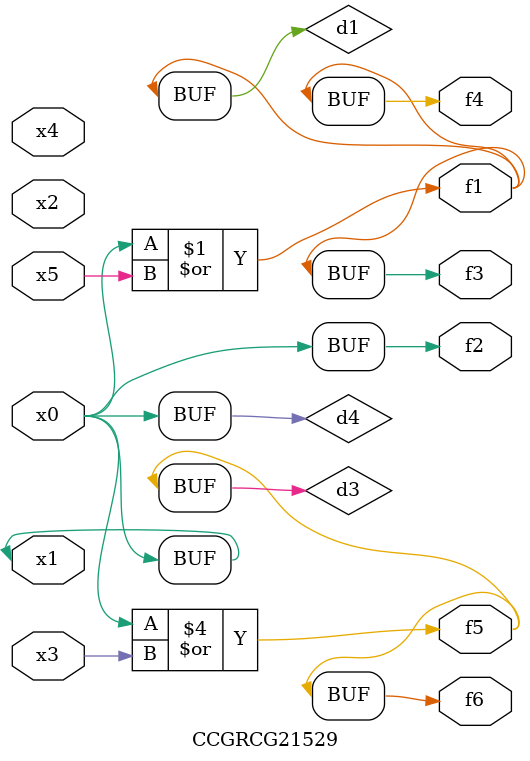
<source format=v>
module CCGRCG21529(
	input x0, x1, x2, x3, x4, x5,
	output f1, f2, f3, f4, f5, f6
);

	wire d1, d2, d3, d4;

	or (d1, x0, x5);
	xnor (d2, x1, x4);
	or (d3, x0, x3);
	buf (d4, x0, x1);
	assign f1 = d1;
	assign f2 = d4;
	assign f3 = d1;
	assign f4 = d1;
	assign f5 = d3;
	assign f6 = d3;
endmodule

</source>
